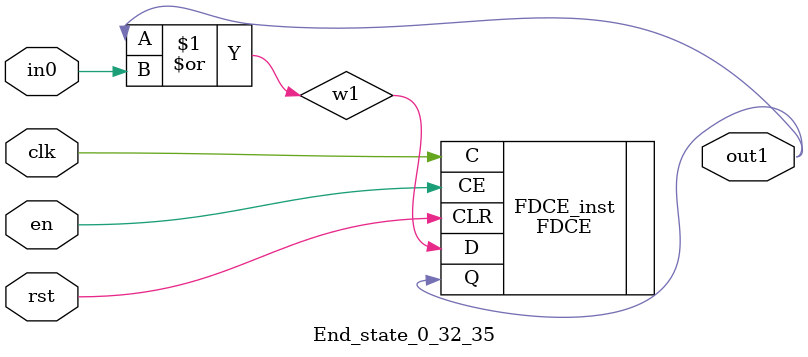
<source format=v>
module engine_0_32(out,clk,sod,en, in_1, in_3, in_4, in_8, in_9, in_15, in_16, in_17, in_19, in_21, in_22, in_30, in_32, in_38, in_41);
//pcre: /ShadowNet\s+Remote\s+Web\s+Based\s+Spyware/smi
//block char: \x20[8], N[0], O[0], S[0], H[0], a[0], r[0], e[0], d[0], p[0], y[0], t[0], w[0], B[0], M[0], 

	input clk,sod,en;

	input in_1, in_3, in_4, in_8, in_9, in_15, in_16, in_17, in_19, in_21, in_22, in_30, in_32, in_38, in_41;
	output out;

	assign w0 = 1'b1;
	state_0_32_1 BlockState_0_32_1 (w1,in_8,clk,en,sod,w0);
	state_0_32_2 BlockState_0_32_2 (w2,in_9,clk,en,sod,w1);
	state_0_32_3 BlockState_0_32_3 (w3,in_15,clk,en,sod,w2);
	state_0_32_4 BlockState_0_32_4 (w4,in_19,clk,en,sod,w3);
	state_0_32_5 BlockState_0_32_5 (w5,in_4,clk,en,sod,w4);
	state_0_32_6 BlockState_0_32_6 (w6,in_32,clk,en,sod,w5);
	state_0_32_7 BlockState_0_32_7 (w7,in_3,clk,en,sod,w6);
	state_0_32_8 BlockState_0_32_8 (w8,in_17,clk,en,sod,w7);
	state_0_32_9 BlockState_0_32_9 (w9,in_30,clk,en,sod,w8);
	state_0_32_10 BlockState_0_32_10 (w10,in_1,clk,en,sod,w10,w9);
	state_0_32_11 BlockState_0_32_11 (w11,in_16,clk,en,sod,w10);
	state_0_32_12 BlockState_0_32_12 (w12,in_17,clk,en,sod,w11);
	state_0_32_13 BlockState_0_32_13 (w13,in_41,clk,en,sod,w12);
	state_0_32_14 BlockState_0_32_14 (w14,in_4,clk,en,sod,w13);
	state_0_32_15 BlockState_0_32_15 (w15,in_30,clk,en,sod,w14);
	state_0_32_16 BlockState_0_32_16 (w16,in_17,clk,en,sod,w15);
	state_0_32_17 BlockState_0_32_17 (w17,in_1,clk,en,sod,w17,w16);
	state_0_32_18 BlockState_0_32_18 (w18,in_32,clk,en,sod,w17);
	state_0_32_19 BlockState_0_32_19 (w19,in_17,clk,en,sod,w18);
	state_0_32_20 BlockState_0_32_20 (w20,in_38,clk,en,sod,w19);
	state_0_32_21 BlockState_0_32_21 (w21,in_1,clk,en,sod,w21,w20);
	state_0_32_22 BlockState_0_32_22 (w22,in_38,clk,en,sod,w21);
	state_0_32_23 BlockState_0_32_23 (w23,in_15,clk,en,sod,w22);
	state_0_32_24 BlockState_0_32_24 (w24,in_8,clk,en,sod,w23);
	state_0_32_25 BlockState_0_32_25 (w25,in_17,clk,en,sod,w24);
	state_0_32_26 BlockState_0_32_26 (w26,in_19,clk,en,sod,w25);
	state_0_32_27 BlockState_0_32_27 (w27,in_1,clk,en,sod,w27,w26);
	state_0_32_28 BlockState_0_32_28 (w28,in_8,clk,en,sod,w27);
	state_0_32_29 BlockState_0_32_29 (w29,in_21,clk,en,sod,w28);
	state_0_32_30 BlockState_0_32_30 (w30,in_22,clk,en,sod,w29);
	state_0_32_31 BlockState_0_32_31 (w31,in_32,clk,en,sod,w30);
	state_0_32_32 BlockState_0_32_32 (w32,in_15,clk,en,sod,w31);
	state_0_32_33 BlockState_0_32_33 (w33,in_16,clk,en,sod,w32);
	state_0_32_34 BlockState_0_32_34 (w34,in_17,clk,en,sod,w33);
	End_state_0_32_35 BlockState_0_32_35 (out,clk,en,sod,w34);
endmodule

module state_0_32_1(out1,in_char,clk,en,rst,in0);
	input in_char,clk,en,rst,in0;
	output out1;
	wire w1,w2;
	assign w1 = in0; 
	and(w2,in_char,w1);
	FDCE #(.INIT(1'b0)) FDCE_inst (
		.Q(out1),
		.C(clk),
		.CE(en),
		.CLR(rst),
		.D(w2)
);
endmodule

module state_0_32_2(out1,in_char,clk,en,rst,in0);
	input in_char,clk,en,rst,in0;
	output out1;
	wire w1,w2;
	assign w1 = in0; 
	and(w2,in_char,w1);
	FDCE #(.INIT(1'b0)) FDCE_inst (
		.Q(out1),
		.C(clk),
		.CE(en),
		.CLR(rst),
		.D(w2)
);
endmodule

module state_0_32_3(out1,in_char,clk,en,rst,in0);
	input in_char,clk,en,rst,in0;
	output out1;
	wire w1,w2;
	assign w1 = in0; 
	and(w2,in_char,w1);
	FDCE #(.INIT(1'b0)) FDCE_inst (
		.Q(out1),
		.C(clk),
		.CE(en),
		.CLR(rst),
		.D(w2)
);
endmodule

module state_0_32_4(out1,in_char,clk,en,rst,in0);
	input in_char,clk,en,rst,in0;
	output out1;
	wire w1,w2;
	assign w1 = in0; 
	and(w2,in_char,w1);
	FDCE #(.INIT(1'b0)) FDCE_inst (
		.Q(out1),
		.C(clk),
		.CE(en),
		.CLR(rst),
		.D(w2)
);
endmodule

module state_0_32_5(out1,in_char,clk,en,rst,in0);
	input in_char,clk,en,rst,in0;
	output out1;
	wire w1,w2;
	assign w1 = in0; 
	and(w2,in_char,w1);
	FDCE #(.INIT(1'b0)) FDCE_inst (
		.Q(out1),
		.C(clk),
		.CE(en),
		.CLR(rst),
		.D(w2)
);
endmodule

module state_0_32_6(out1,in_char,clk,en,rst,in0);
	input in_char,clk,en,rst,in0;
	output out1;
	wire w1,w2;
	assign w1 = in0; 
	and(w2,in_char,w1);
	FDCE #(.INIT(1'b0)) FDCE_inst (
		.Q(out1),
		.C(clk),
		.CE(en),
		.CLR(rst),
		.D(w2)
);
endmodule

module state_0_32_7(out1,in_char,clk,en,rst,in0);
	input in_char,clk,en,rst,in0;
	output out1;
	wire w1,w2;
	assign w1 = in0; 
	and(w2,in_char,w1);
	FDCE #(.INIT(1'b0)) FDCE_inst (
		.Q(out1),
		.C(clk),
		.CE(en),
		.CLR(rst),
		.D(w2)
);
endmodule

module state_0_32_8(out1,in_char,clk,en,rst,in0);
	input in_char,clk,en,rst,in0;
	output out1;
	wire w1,w2;
	assign w1 = in0; 
	and(w2,in_char,w1);
	FDCE #(.INIT(1'b0)) FDCE_inst (
		.Q(out1),
		.C(clk),
		.CE(en),
		.CLR(rst),
		.D(w2)
);
endmodule

module state_0_32_9(out1,in_char,clk,en,rst,in0);
	input in_char,clk,en,rst,in0;
	output out1;
	wire w1,w2;
	assign w1 = in0; 
	and(w2,in_char,w1);
	FDCE #(.INIT(1'b0)) FDCE_inst (
		.Q(out1),
		.C(clk),
		.CE(en),
		.CLR(rst),
		.D(w2)
);
endmodule

module state_0_32_10(out1,in_char,clk,en,rst,in0,in1);
	input in_char,clk,en,rst,in0,in1;
	output out1;
	wire w1,w2;
	or(w1,in0,in1);
	and(w2,in_char,w1);
	FDCE #(.INIT(1'b0)) FDCE_inst (
		.Q(out1),
		.C(clk),
		.CE(en),
		.CLR(rst),
		.D(w2)
);
endmodule

module state_0_32_11(out1,in_char,clk,en,rst,in0);
	input in_char,clk,en,rst,in0;
	output out1;
	wire w1,w2;
	assign w1 = in0; 
	and(w2,in_char,w1);
	FDCE #(.INIT(1'b0)) FDCE_inst (
		.Q(out1),
		.C(clk),
		.CE(en),
		.CLR(rst),
		.D(w2)
);
endmodule

module state_0_32_12(out1,in_char,clk,en,rst,in0);
	input in_char,clk,en,rst,in0;
	output out1;
	wire w1,w2;
	assign w1 = in0; 
	and(w2,in_char,w1);
	FDCE #(.INIT(1'b0)) FDCE_inst (
		.Q(out1),
		.C(clk),
		.CE(en),
		.CLR(rst),
		.D(w2)
);
endmodule

module state_0_32_13(out1,in_char,clk,en,rst,in0);
	input in_char,clk,en,rst,in0;
	output out1;
	wire w1,w2;
	assign w1 = in0; 
	and(w2,in_char,w1);
	FDCE #(.INIT(1'b0)) FDCE_inst (
		.Q(out1),
		.C(clk),
		.CE(en),
		.CLR(rst),
		.D(w2)
);
endmodule

module state_0_32_14(out1,in_char,clk,en,rst,in0);
	input in_char,clk,en,rst,in0;
	output out1;
	wire w1,w2;
	assign w1 = in0; 
	and(w2,in_char,w1);
	FDCE #(.INIT(1'b0)) FDCE_inst (
		.Q(out1),
		.C(clk),
		.CE(en),
		.CLR(rst),
		.D(w2)
);
endmodule

module state_0_32_15(out1,in_char,clk,en,rst,in0);
	input in_char,clk,en,rst,in0;
	output out1;
	wire w1,w2;
	assign w1 = in0; 
	and(w2,in_char,w1);
	FDCE #(.INIT(1'b0)) FDCE_inst (
		.Q(out1),
		.C(clk),
		.CE(en),
		.CLR(rst),
		.D(w2)
);
endmodule

module state_0_32_16(out1,in_char,clk,en,rst,in0);
	input in_char,clk,en,rst,in0;
	output out1;
	wire w1,w2;
	assign w1 = in0; 
	and(w2,in_char,w1);
	FDCE #(.INIT(1'b0)) FDCE_inst (
		.Q(out1),
		.C(clk),
		.CE(en),
		.CLR(rst),
		.D(w2)
);
endmodule

module state_0_32_17(out1,in_char,clk,en,rst,in0,in1);
	input in_char,clk,en,rst,in0,in1;
	output out1;
	wire w1,w2;
	or(w1,in0,in1);
	and(w2,in_char,w1);
	FDCE #(.INIT(1'b0)) FDCE_inst (
		.Q(out1),
		.C(clk),
		.CE(en),
		.CLR(rst),
		.D(w2)
);
endmodule

module state_0_32_18(out1,in_char,clk,en,rst,in0);
	input in_char,clk,en,rst,in0;
	output out1;
	wire w1,w2;
	assign w1 = in0; 
	and(w2,in_char,w1);
	FDCE #(.INIT(1'b0)) FDCE_inst (
		.Q(out1),
		.C(clk),
		.CE(en),
		.CLR(rst),
		.D(w2)
);
endmodule

module state_0_32_19(out1,in_char,clk,en,rst,in0);
	input in_char,clk,en,rst,in0;
	output out1;
	wire w1,w2;
	assign w1 = in0; 
	and(w2,in_char,w1);
	FDCE #(.INIT(1'b0)) FDCE_inst (
		.Q(out1),
		.C(clk),
		.CE(en),
		.CLR(rst),
		.D(w2)
);
endmodule

module state_0_32_20(out1,in_char,clk,en,rst,in0);
	input in_char,clk,en,rst,in0;
	output out1;
	wire w1,w2;
	assign w1 = in0; 
	and(w2,in_char,w1);
	FDCE #(.INIT(1'b0)) FDCE_inst (
		.Q(out1),
		.C(clk),
		.CE(en),
		.CLR(rst),
		.D(w2)
);
endmodule

module state_0_32_21(out1,in_char,clk,en,rst,in0,in1);
	input in_char,clk,en,rst,in0,in1;
	output out1;
	wire w1,w2;
	or(w1,in0,in1);
	and(w2,in_char,w1);
	FDCE #(.INIT(1'b0)) FDCE_inst (
		.Q(out1),
		.C(clk),
		.CE(en),
		.CLR(rst),
		.D(w2)
);
endmodule

module state_0_32_22(out1,in_char,clk,en,rst,in0);
	input in_char,clk,en,rst,in0;
	output out1;
	wire w1,w2;
	assign w1 = in0; 
	and(w2,in_char,w1);
	FDCE #(.INIT(1'b0)) FDCE_inst (
		.Q(out1),
		.C(clk),
		.CE(en),
		.CLR(rst),
		.D(w2)
);
endmodule

module state_0_32_23(out1,in_char,clk,en,rst,in0);
	input in_char,clk,en,rst,in0;
	output out1;
	wire w1,w2;
	assign w1 = in0; 
	and(w2,in_char,w1);
	FDCE #(.INIT(1'b0)) FDCE_inst (
		.Q(out1),
		.C(clk),
		.CE(en),
		.CLR(rst),
		.D(w2)
);
endmodule

module state_0_32_24(out1,in_char,clk,en,rst,in0);
	input in_char,clk,en,rst,in0;
	output out1;
	wire w1,w2;
	assign w1 = in0; 
	and(w2,in_char,w1);
	FDCE #(.INIT(1'b0)) FDCE_inst (
		.Q(out1),
		.C(clk),
		.CE(en),
		.CLR(rst),
		.D(w2)
);
endmodule

module state_0_32_25(out1,in_char,clk,en,rst,in0);
	input in_char,clk,en,rst,in0;
	output out1;
	wire w1,w2;
	assign w1 = in0; 
	and(w2,in_char,w1);
	FDCE #(.INIT(1'b0)) FDCE_inst (
		.Q(out1),
		.C(clk),
		.CE(en),
		.CLR(rst),
		.D(w2)
);
endmodule

module state_0_32_26(out1,in_char,clk,en,rst,in0);
	input in_char,clk,en,rst,in0;
	output out1;
	wire w1,w2;
	assign w1 = in0; 
	and(w2,in_char,w1);
	FDCE #(.INIT(1'b0)) FDCE_inst (
		.Q(out1),
		.C(clk),
		.CE(en),
		.CLR(rst),
		.D(w2)
);
endmodule

module state_0_32_27(out1,in_char,clk,en,rst,in0,in1);
	input in_char,clk,en,rst,in0,in1;
	output out1;
	wire w1,w2;
	or(w1,in0,in1);
	and(w2,in_char,w1);
	FDCE #(.INIT(1'b0)) FDCE_inst (
		.Q(out1),
		.C(clk),
		.CE(en),
		.CLR(rst),
		.D(w2)
);
endmodule

module state_0_32_28(out1,in_char,clk,en,rst,in0);
	input in_char,clk,en,rst,in0;
	output out1;
	wire w1,w2;
	assign w1 = in0; 
	and(w2,in_char,w1);
	FDCE #(.INIT(1'b0)) FDCE_inst (
		.Q(out1),
		.C(clk),
		.CE(en),
		.CLR(rst),
		.D(w2)
);
endmodule

module state_0_32_29(out1,in_char,clk,en,rst,in0);
	input in_char,clk,en,rst,in0;
	output out1;
	wire w1,w2;
	assign w1 = in0; 
	and(w2,in_char,w1);
	FDCE #(.INIT(1'b0)) FDCE_inst (
		.Q(out1),
		.C(clk),
		.CE(en),
		.CLR(rst),
		.D(w2)
);
endmodule

module state_0_32_30(out1,in_char,clk,en,rst,in0);
	input in_char,clk,en,rst,in0;
	output out1;
	wire w1,w2;
	assign w1 = in0; 
	and(w2,in_char,w1);
	FDCE #(.INIT(1'b0)) FDCE_inst (
		.Q(out1),
		.C(clk),
		.CE(en),
		.CLR(rst),
		.D(w2)
);
endmodule

module state_0_32_31(out1,in_char,clk,en,rst,in0);
	input in_char,clk,en,rst,in0;
	output out1;
	wire w1,w2;
	assign w1 = in0; 
	and(w2,in_char,w1);
	FDCE #(.INIT(1'b0)) FDCE_inst (
		.Q(out1),
		.C(clk),
		.CE(en),
		.CLR(rst),
		.D(w2)
);
endmodule

module state_0_32_32(out1,in_char,clk,en,rst,in0);
	input in_char,clk,en,rst,in0;
	output out1;
	wire w1,w2;
	assign w1 = in0; 
	and(w2,in_char,w1);
	FDCE #(.INIT(1'b0)) FDCE_inst (
		.Q(out1),
		.C(clk),
		.CE(en),
		.CLR(rst),
		.D(w2)
);
endmodule

module state_0_32_33(out1,in_char,clk,en,rst,in0);
	input in_char,clk,en,rst,in0;
	output out1;
	wire w1,w2;
	assign w1 = in0; 
	and(w2,in_char,w1);
	FDCE #(.INIT(1'b0)) FDCE_inst (
		.Q(out1),
		.C(clk),
		.CE(en),
		.CLR(rst),
		.D(w2)
);
endmodule

module state_0_32_34(out1,in_char,clk,en,rst,in0);
	input in_char,clk,en,rst,in0;
	output out1;
	wire w1,w2;
	assign w1 = in0; 
	and(w2,in_char,w1);
	FDCE #(.INIT(1'b0)) FDCE_inst (
		.Q(out1),
		.C(clk),
		.CE(en),
		.CLR(rst),
		.D(w2)
);
endmodule

module End_state_0_32_35(out1,clk,en,rst,in0);
	input clk,rst,en,in0;
	output out1;
	wire w1;
	or(w1,out1,in0);
	FDCE #(.INIT(1'b0)) FDCE_inst (
		.Q(out1),
		.C(clk),
		.CE(en),
		.CLR(rst),
		.D(w1)
);
endmodule


</source>
